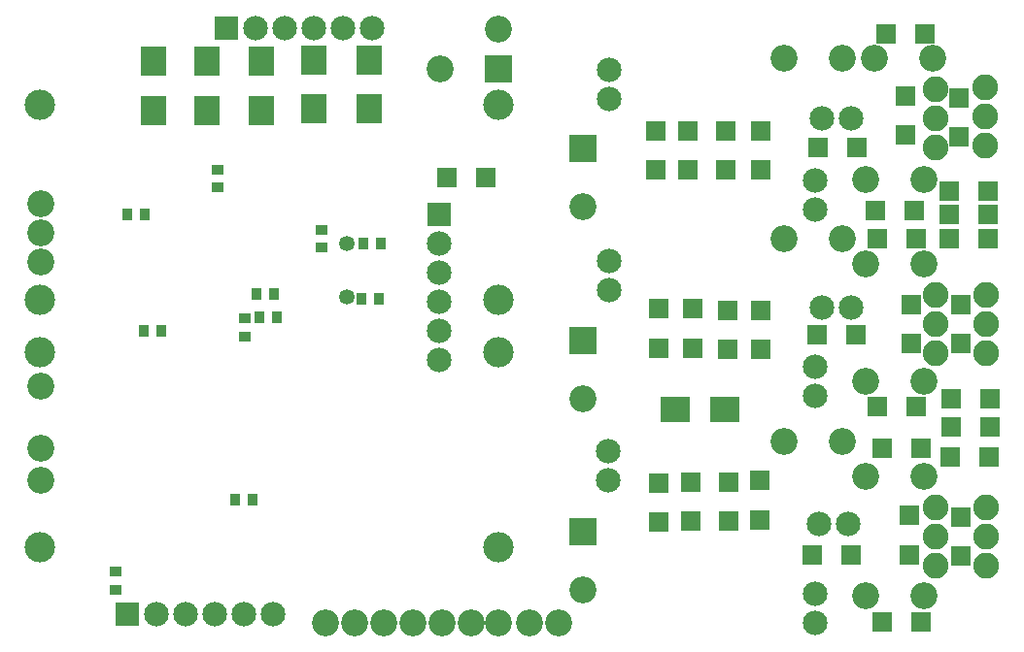
<source format=gbs>
G04*
G04 #@! TF.GenerationSoftware,Altium Limited,Altium Designer,19.0.10 (269)*
G04*
G04 Layer_Color=16711935*
%FSLAX24Y24*%
%MOIN*%
G70*
G01*
G75*
%ADD15R,0.0369X0.0399*%
%ADD17R,0.0399X0.0369*%
%ADD18R,0.0699X0.0699*%
%ADD19R,0.0699X0.0699*%
%ADD22R,0.0906X0.1024*%
%ADD27C,0.1043*%
%ADD28C,0.0886*%
%ADD29C,0.0846*%
%ADD30C,0.0925*%
%ADD31R,0.0925X0.0925*%
%ADD32R,0.0925X0.0925*%
%ADD33R,0.0846X0.0846*%
%ADD34C,0.0531*%
%ADD35R,0.0846X0.0846*%
%ADD36C,0.0059*%
%ADD66R,0.1024X0.0906*%
D15*
X44805Y39050D02*
D03*
X44195D02*
D03*
X49255Y36300D02*
D03*
X48645D02*
D03*
X49355Y35500D02*
D03*
X48745D02*
D03*
X44759Y35050D02*
D03*
X45370D02*
D03*
X48505Y29250D02*
D03*
X47895D02*
D03*
X52855Y36150D02*
D03*
X52245D02*
D03*
X52905Y38050D02*
D03*
X52295D02*
D03*
D17*
X48250Y34845D02*
D03*
Y35455D02*
D03*
X47323Y40580D02*
D03*
Y39970D02*
D03*
X43800Y26755D02*
D03*
Y26145D02*
D03*
X50875Y38505D02*
D03*
Y37895D02*
D03*
D18*
X71100Y34610D02*
D03*
Y35950D02*
D03*
X71050Y27350D02*
D03*
Y28690D02*
D03*
X65900Y28550D02*
D03*
Y29890D02*
D03*
X62450Y29800D02*
D03*
Y28460D02*
D03*
X64850Y28500D02*
D03*
Y29840D02*
D03*
X63550D02*
D03*
Y28500D02*
D03*
X65950Y34400D02*
D03*
Y35740D02*
D03*
X64800Y34410D02*
D03*
Y35750D02*
D03*
X62450Y35790D02*
D03*
Y34450D02*
D03*
X63600Y35790D02*
D03*
Y34450D02*
D03*
X65950Y40560D02*
D03*
Y41900D02*
D03*
X63450D02*
D03*
Y40560D02*
D03*
X64750D02*
D03*
Y41900D02*
D03*
X62350D02*
D03*
Y40560D02*
D03*
X72800Y28640D02*
D03*
Y27300D02*
D03*
X70900Y41760D02*
D03*
Y43100D02*
D03*
X72800Y35940D02*
D03*
Y34600D02*
D03*
X72750Y43050D02*
D03*
Y41710D02*
D03*
D19*
X72460Y32700D02*
D03*
X73800D02*
D03*
X72460Y31750D02*
D03*
X73800D02*
D03*
X72450Y30700D02*
D03*
X73790D02*
D03*
X71590Y45250D02*
D03*
X70250D02*
D03*
X72400Y38200D02*
D03*
X73740D02*
D03*
X72410Y39850D02*
D03*
X73750D02*
D03*
X71440Y31000D02*
D03*
X70100D02*
D03*
X71290Y32450D02*
D03*
X69950D02*
D03*
X69250Y41350D02*
D03*
X67910D02*
D03*
X69200Y34900D02*
D03*
X67860D02*
D03*
X71450Y25050D02*
D03*
X70110D02*
D03*
X69050Y27350D02*
D03*
X67710D02*
D03*
X55180Y40320D02*
D03*
X56520D02*
D03*
X72410Y39050D02*
D03*
X73750D02*
D03*
X71220Y39175D02*
D03*
X69880D02*
D03*
X71290Y38200D02*
D03*
X69950D02*
D03*
D22*
X45100Y44296D02*
D03*
Y42604D02*
D03*
X52500Y44346D02*
D03*
Y42654D02*
D03*
X50600Y44346D02*
D03*
Y42654D02*
D03*
X48800Y44296D02*
D03*
Y42604D02*
D03*
X46950Y44296D02*
D03*
Y42604D02*
D03*
D27*
X56948Y36100D02*
D03*
X41200D02*
D03*
X56948Y42793D02*
D03*
X41200D02*
D03*
X56948Y27600D02*
D03*
X41200D02*
D03*
X56948Y34293D02*
D03*
X41200D02*
D03*
D28*
X73650Y42400D02*
D03*
Y43400D02*
D03*
Y41400D02*
D03*
X73683Y35267D02*
D03*
Y36267D02*
D03*
Y34267D02*
D03*
X71933Y27983D02*
D03*
Y26983D02*
D03*
Y28983D02*
D03*
Y42350D02*
D03*
Y41350D02*
D03*
Y43350D02*
D03*
Y35283D02*
D03*
Y34283D02*
D03*
Y36283D02*
D03*
X73683Y27967D02*
D03*
Y28967D02*
D03*
Y26967D02*
D03*
D29*
X68050Y42350D02*
D03*
X69050D02*
D03*
X60700Y29900D02*
D03*
Y30900D02*
D03*
X60750Y43000D02*
D03*
Y44000D02*
D03*
X52600Y45450D02*
D03*
X48600D02*
D03*
X50600D02*
D03*
X51600D02*
D03*
X49600D02*
D03*
X49200Y25300D02*
D03*
X45200D02*
D03*
X47200D02*
D03*
X48200D02*
D03*
X46200D02*
D03*
X67800Y39200D02*
D03*
Y40200D02*
D03*
Y32800D02*
D03*
Y33800D02*
D03*
X68050Y35850D02*
D03*
X69050D02*
D03*
X60750Y36450D02*
D03*
Y37450D02*
D03*
X67800Y25000D02*
D03*
Y26000D02*
D03*
X67950Y28400D02*
D03*
X68950D02*
D03*
X54900Y34050D02*
D03*
Y38050D02*
D03*
Y36050D02*
D03*
Y35050D02*
D03*
Y37050D02*
D03*
D30*
X59000Y25000D02*
D03*
X58000D02*
D03*
X56948D02*
D03*
X51000D02*
D03*
X56000D02*
D03*
X55000D02*
D03*
X59850Y39300D02*
D03*
X71550Y40250D02*
D03*
X69550D02*
D03*
X56948Y45400D02*
D03*
X68750Y31250D02*
D03*
X66750D02*
D03*
X68750Y38200D02*
D03*
X66750D02*
D03*
X68750Y44400D02*
D03*
X66750D02*
D03*
X71845D02*
D03*
X69845D02*
D03*
X71550Y37350D02*
D03*
X69550D02*
D03*
X54948Y44050D02*
D03*
X41250Y39400D02*
D03*
Y38400D02*
D03*
Y37400D02*
D03*
Y33150D02*
D03*
Y29900D02*
D03*
Y31004D02*
D03*
X52000Y25000D02*
D03*
X53000D02*
D03*
X54000D02*
D03*
X59850Y32700D02*
D03*
X71550Y33300D02*
D03*
X69550D02*
D03*
X59850Y26150D02*
D03*
X71550Y25950D02*
D03*
X69550D02*
D03*
X71550Y30050D02*
D03*
X69550D02*
D03*
D31*
X59850Y41300D02*
D03*
Y34700D02*
D03*
Y28150D02*
D03*
D32*
X56948Y44050D02*
D03*
D33*
X47600Y45450D02*
D03*
X44200Y25300D02*
D03*
D34*
X51750Y36219D02*
D03*
Y38050D02*
D03*
D35*
X54900Y39050D02*
D03*
D36*
X64476Y25591D02*
D03*
Y44882D02*
D03*
X41642Y25591D02*
D03*
Y44882D02*
D03*
D66*
X64696Y32350D02*
D03*
X63004D02*
D03*
M02*

</source>
